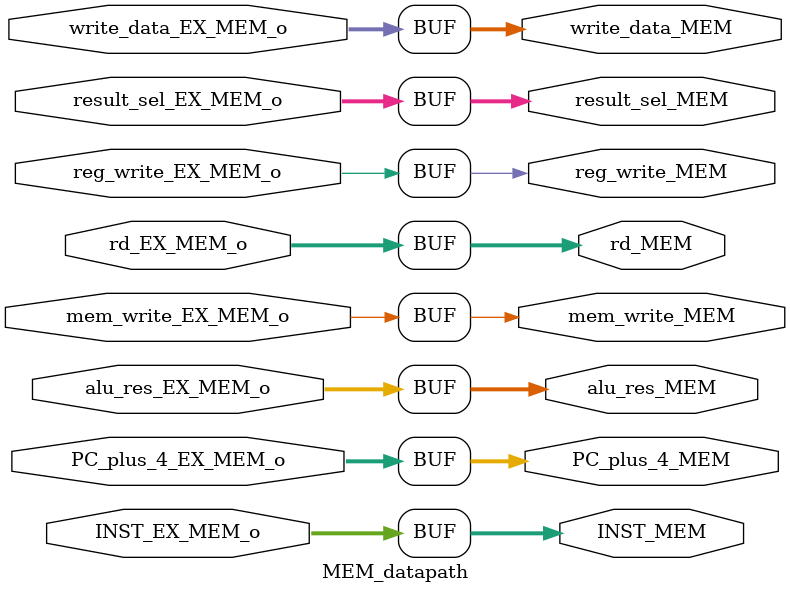
<source format=v>
module MEM_datapath #(
    parameter INST_WIDTH = 32,
    parameter INST_ADDR_WIDTH = 32,
    parameter DATA_WIDTH = 32,
    parameter DATA_ADDR_WIDTH = 32,
    parameter REGISTER_WIDTH = 32,
    parameter REGISTER_ADDR_WIDTH = 5
)(
    input wire [INST_WIDTH-1:0] INST_EX_MEM_o,
    input wire reg_write_EX_MEM_o,
    input wire mem_write_EX_MEM_o,
    input wire [1:0] result_sel_EX_MEM_o,
    input wire signed [DATA_WIDTH-1:0] alu_res_EX_MEM_o,
    input wire [REGISTER_ADDR_WIDTH-1:0] rd_EX_MEM_o,
    input wire [DATA_WIDTH-1:0] write_data_EX_MEM_o,
    input wire [INST_ADDR_WIDTH-1:0] PC_plus_4_EX_MEM_o,

    output reg [INST_WIDTH-1:0] INST_MEM,
    output reg reg_write_MEM,
    output reg mem_write_MEM,
    output reg [1:0] result_sel_MEM,
    output reg signed [DATA_WIDTH-1:0] alu_res_MEM,
    output reg [REGISTER_ADDR_WIDTH-1:0] rd_MEM,
    output reg [DATA_WIDTH-1:0] write_data_MEM,
    output reg [INST_ADDR_WIDTH-1:0] PC_plus_4_MEM
);
always @(*) begin
    INST_MEM = INST_EX_MEM_o;
    reg_write_MEM = reg_write_EX_MEM_o;
    mem_write_MEM = mem_write_EX_MEM_o;
    result_sel_MEM = result_sel_EX_MEM_o;
    alu_res_MEM = alu_res_EX_MEM_o;
    rd_MEM = rd_EX_MEM_o;
    write_data_MEM = write_data_EX_MEM_o;
    PC_plus_4_MEM = PC_plus_4_EX_MEM_o;
end
endmodule
</source>
